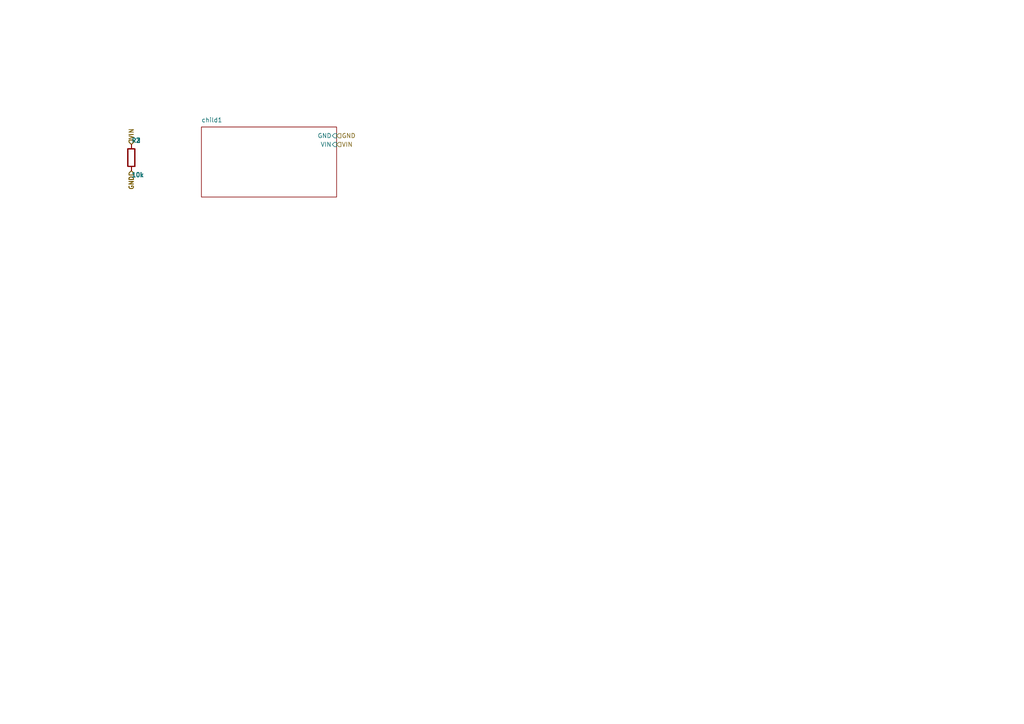
<source format=kicad_sch>
(kicad_sch (version 20250114) (generator "circuit_synth") (generator_version "9.0")
  (paper "A4")
  (lib_symbols
    (symbol "Device:R" (pin_numbers hide) (pin_names (offset 0.254))
      (property "Reference" "R" (at 0 0 0))
      (property "Value" "R" (at 0 -2.54 0))
      (symbol "R_0_1"
        (rectangle (start -1.016 -2.54) (end 1.016 2.54) (stroke (width 0.254)))
      )
      (symbol "R_1_1"
        (pin passive line (at 0.0 3.81 270.0) (length 1.27) (name ~) (number "1"))
        (pin passive line (at 0.0 -3.81 90.0) (length 1.27) (name ~) (number "2"))
      )
    )
  )
  (title_block (title main) (date 2025-08-05) (company Circuit-Synth))
  (symbol (lib_id "Device:R") (at 38.1 45.72 0) (unit 1)
    (property "Reference" "R3" (at 38.1 40.72 0) (effects (justify left)))
    (property "Value" "10k" (at 38.1 50.72 0) (effects (justify left)))
    (property "Footprint" "Resistor_SMD:R_0603_1608Metric" (effects (hide yes)))
  )
  (symbol (lib_id "Device:R") (at 38.1 45.72 0) (unit 1) (in_bom no) (on_board no)
    (property "Reference" "R2" (at 38.1 40.72 0) (effects (justify left)))
    (property "Value" "10k" (at 38.1 50.72 0) (effects (justify left)))
    (property "Footprint" "Resistor_SMD:R_0603_1608Metric" (effects (hide yes)))
  )
  (symbol (lib_id "Device:R") (at 38.1 45.72 0) (unit 1) (in_bom no) (on_board no)
    (property "Reference" "R2" (at 38.1 40.72 0) (effects (justify left)))
    (property "Value" "10k" (at 38.1 50.72 0) (effects (justify left)))
    (property "Footprint" "Resistor_SMD:R_0603_1608Metric" (effects (hide yes)))
  )
  (symbol (lib_id "Device:R") (at 38.1 45.72 0) (unit 1) (in_bom no) (on_board no)
    (property "Reference" "R2" (at 38.1 40.72 0) (effects (justify left)))
    (property "Value" "10k" (at 38.1 50.72 0) (effects (justify left)))
    (property "Footprint" "Resistor_SMD:R_0603_1608Metric" (effects (hide yes)))
  )
  (symbol (lib_id "Device:R") (at 38.1 45.72 0) (unit 1) (in_bom no) (on_board no)
    (property "Reference" "R2" (at 38.1 40.72 0) (effects (justify left)))
    (property "Value" "10k" (at 38.1 50.72 0) (effects (justify left)))
    (property "Footprint" "Resistor_SMD:R_0603_1608Metric" (effects (hide yes)))
  )
  (symbol (lib_id "Device:R") (at 38.1 45.72 0) (unit 1) (in_bom no) (on_board no)
    (property "Reference" "R2" (at 38.1 40.72 0) (effects (justify left)))
    (property "Value" "10k" (at 38.1 50.72 0) (effects (justify left)))
    (property "Footprint" "Resistor_SMD:R_0603_1608Metric" (effects (hide yes)))
  )
  (symbol (lib_id "Device:R") (at 38.1 45.72 0) (unit 1) (in_bom no) (on_board no)
    (property "Reference" "R2" (at 38.1 40.72 0) (effects (justify left)))
    (property "Value" "10k" (at 38.1 50.72 0) (effects (justify left)))
    (property "Footprint" "Resistor_SMD:R_0603_1608Metric" (effects (hide yes)))
  )
  (symbol (lib_id "Device:R") (at 38.1 45.72 0) (unit 1) (in_bom no) (on_board no)
    (property "Reference" "R2" (at 38.1 40.72 0) (effects (justify left)))
    (property "Value" "10k" (at 38.1 50.72 0) (effects (justify left)))
    (property "Footprint" "Resistor_SMD:R_0603_1608Metric" (effects (hide yes)))
  )
  (hierarchical_label VIN (shape input) (at 38.1 41.91 90))
  (hierarchical_label GND (shape input) (at 38.1 49.53 270))
  (hierarchical_label GND (shape input) (at 97.63 39.37 0))
  (hierarchical_label VIN (shape input) (at 97.63 41.910000000000004 0))
  (hierarchical_label VIN (shape input) (at 38.1 41.91 90))
  (hierarchical_label GND (shape input) (at 38.1 49.53 270))
  (hierarchical_label VIN (shape input) (at 38.1 41.91 90))
  (hierarchical_label GND (shape input) (at 38.1 49.53 270))
  (hierarchical_label VIN (shape input) (at 38.1 41.91 90))
  (hierarchical_label GND (shape input) (at 38.1 49.53 270))
  (hierarchical_label VIN (shape input) (at 38.1 41.91 90))
  (hierarchical_label GND (shape input) (at 38.1 49.53 270))
  (hierarchical_label VIN (shape input) (at 38.1 41.91 90))
  (hierarchical_label GND (shape input) (at 38.1 49.53 270))
  (hierarchical_label VIN (shape input) (at 38.1 41.91 90))
  (hierarchical_label GND (shape input) (at 38.1 49.53 270))
  (hierarchical_label VIN (shape input) (at 38.1 41.91 90))
  (hierarchical_label GND (shape input) (at 38.1 49.53 270))
  (sheet (at 58.42 36.83) (size 39.21 20.32) (stroke (width 0.12)) (fill (color 0 0 0 0.0))
    (property "Sheetname" "child1" (at 58.42 35.559999999999995 0) (effects (justify left bottom)))
    (property "Sheetfile" "child1.kicad_sch" (effects (hide yes)))
    (pin GND input (at 96.36 39.37 0))
    (pin VIN input (at 96.36 41.910000000000004 0))
  )
)
</source>
